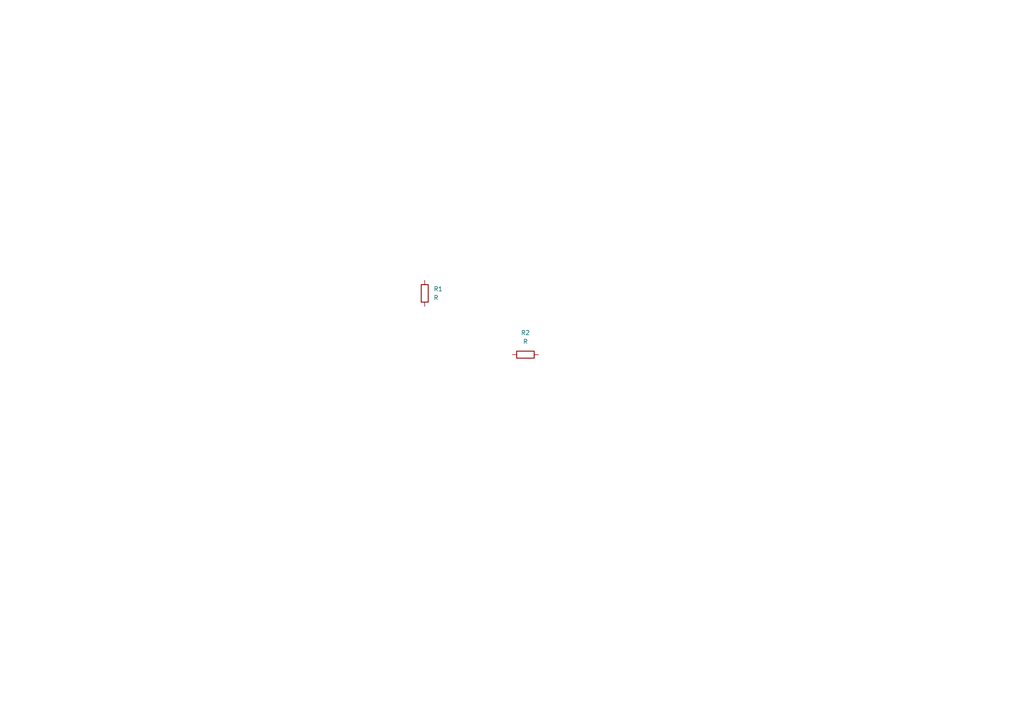
<source format=kicad_sch>
(kicad_sch (version 20250114) (generator "eeschema") (generator_version "9.0")
  (paper "A4")
  (lib_symbols
    (symbol "New_Library:R" (pin_numbers (hide yes)) (pin_names (offset 0))
      (property "Reference" "R" (at 2.032 0 90))
      (property "Value" "R" (at 0 0 90))
      (symbol "R_0_1"
        (rectangle (start -1.016 -2.54) (end 1.016 2.54) (stroke (width 0.254)))
      )
      (symbol "R_1_1"
        (pin passive line (at 0 3.81 270) (length 1.27) (name "~") (number "1"))
        (pin passive line (at 0 -3.81 90) (length 1.27) (name "~") (number "2"))
      )
    )
  )
  (symbol (lib_id "New_Library:R") (at 152.4 102.87 90) (unit 1)
    (property "Reference" "R2" (at 152.4 96.52 90))
    (property "Value" "R" (at 152.4 99.06 90))
    (property "Footprint" "sym:R_0805_2012Metric" (effects (hide yes)))
    (property "Description" "Resistor" (effects (hide yes)))
  )
  (symbol (lib_id "New_Library:R") (at 123.19 85.09 0) (unit 1)
    (property "Reference" "R1" (at 125.73 83.8199 0) (effects (justify left)))
    (property "Value" "R" (at 125.73 86.3599 0) (effects (justify left)))
    (property "Footprint" "sym:R_0805_2012Metric" (effects (hide yes)))
    (property "Description" "Resistor" (effects (hide yes)))
  )
)
</source>
